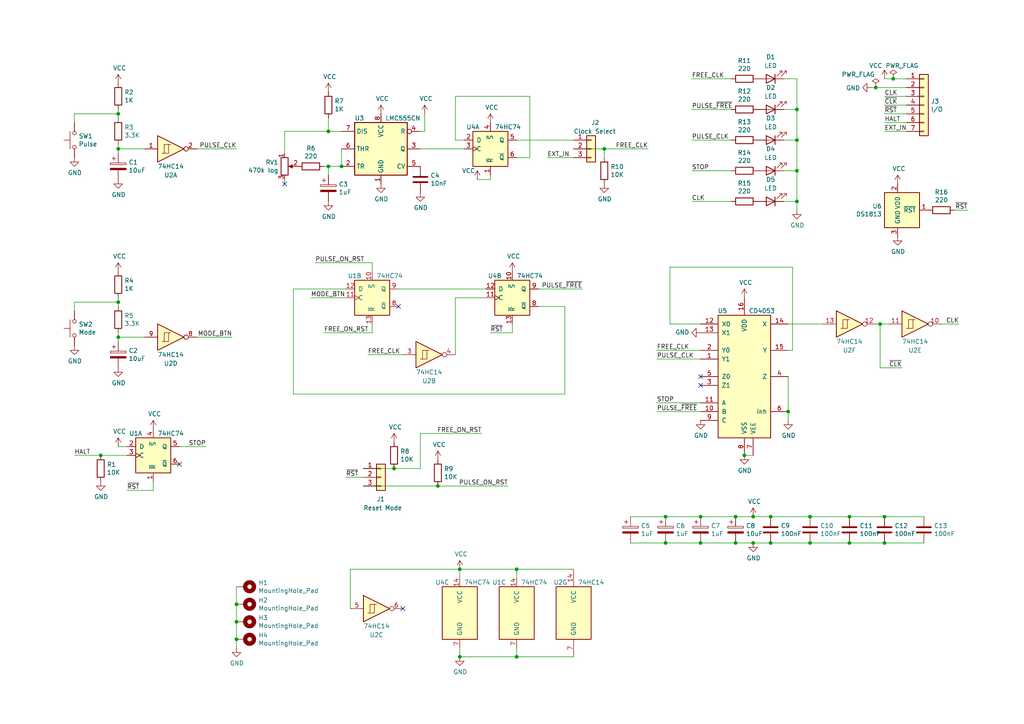
<source format=kicad_sch>
(kicad_sch (version 20211123) (generator eeschema)
  (paper "A4")
  (title_block (title "Clock module") (date "2021-06-01") (rev "1"))
  (lib_symbols
    (symbol "6502_clock:4053" (pin_names (offset 1.016))
      (property "Reference" "U" (at -7.62 19.05 0))
      (property "Value" "4053" (at -7.62 -19.05 0))
      (symbol "4053_1_0"
        (pin passive line (at -12.7 5.08 0) (length 5.08) (name "Y1") (number "1"))
        (pin input line (at -12.7 -10.16 0) (length 5.08) (name "B") (number "10"))
        (pin input line (at -12.7 -7.62 0) (length 5.08) (name "A") (number "11"))
        (pin passive line (at -12.7 15.24 0) (length 5.08) (name "X0") (number "12"))
        (pin passive line (at -12.7 12.7 0) (length 5.08) (name "X1") (number "13"))
        (pin passive line (at 12.7 15.24 180) (length 5.08) (name "X") (number "14"))
        (pin passive line (at 12.7 7.62 180) (length 5.08) (name "Y") (number "15"))
        (pin power_in line (at 0 22.86 270) (length 5.08) (name "VDD") (number "16"))
        (pin passive line (at -12.7 7.62 0) (length 5.08) (name "Y0") (number "2"))
        (pin passive line (at -12.7 -2.54 0) (length 5.08) (name "Z1") (number "3"))
        (pin passive line (at 12.7 0 180) (length 5.08) (name "Z") (number "4"))
        (pin passive line (at -12.7 0 0) (length 5.08) (name "Z0") (number "5"))
        (pin input line (at 12.7 -10.16 180) (length 5.08) (name "Inh") (number "6"))
        (pin power_in line (at 2.54 -22.86 90) (length 5.08) (name "VEE") (number "7"))
        (pin power_in line (at 0 -22.86 90) (length 5.08) (name "VSS") (number "8"))
        (pin input line (at -12.7 -12.7 0) (length 5.08) (name "C") (number "9"))
      )
      (symbol "4053_1_1"
        (rectangle (start -7.62 17.78) (end 7.62 -17.78) (stroke (width 0.254)) (fill (type background)))
      )
    )
    (symbol "6502_clock:DS1813" (pin_names (offset 1.016))
      (property "Reference" "U" (at 1.27 6.35 0))
      (property "Value" "DS1813" (at 3.81 -6.35 0))
      (symbol "DS1813_1_1"
        (rectangle (start -5.08 5.08) (end 5.08 -5.08) (stroke (width 0.254)) (fill (type background)))
        (pin bidirectional line (at 7.62 0 180) (length 2.54) (name "~{RST}") (number "1"))
        (pin power_in line (at -1.27 7.62 270) (length 2.54) (name "VDD") (number "2"))
        (pin power_in line (at -1.27 -7.62 90) (length 2.54) (name "GND") (number "3"))
      )
    )
    (symbol "6502_clock:NE555P"
      (property "Reference" "U" (at -8.89 8.89 0))
      (property "Value" "NE555P" (at 6.35 8.89 0))
      (symbol "NE555P_0_0"
        (pin power_in line (at 0 -10.16 90) (length 2.54) (name "GND") (number "1"))
        (pin power_in line (at 0 10.16 270) (length 2.54) (name "VCC") (number "8"))
      )
      (symbol "NE555P_0_1"
        (rectangle (start -7.62 -7.62) (end 7.62 7.62) (stroke (width 0.254)) (fill (type background)))
        (rectangle (start -7.62 -7.62) (end 7.62 7.62) (stroke (width 0.254)) (fill (type background)))
      )
      (symbol "NE555P_1_1"
        (pin input line (at -11.43 -5.08 0) (length 3.81) (name "TR") (number "2"))
        (pin output line (at 11.43 0 180) (length 3.81) (name "Q") (number "3"))
        (pin input inverted (at 11.43 5.08 180) (length 3.81) (name "R") (number "4"))
        (pin input line (at 11.43 -5.08 180) (length 3.81) (name "CV") (number "5"))
        (pin input line (at -11.43 0 0) (length 3.81) (name "THR") (number "6"))
        (pin input line (at -11.43 5.08 0) (length 3.81) (name "DIS") (number "7"))
      )
    )
    (symbol "74xx:74HC14" (pin_names (offset 1.016))
      (property "Reference" "U" (at 0 1.27 0))
      (property "Value" "74HC14" (at 0 -1.27 0))
      (symbol "74HC14_1_0"
        (polyline (pts (xy -3.81 3.81) (xy -3.81 -3.81) (xy 3.81 0) (xy -3.81 3.81)) (stroke (width 0.254)) (fill (type background)))
        (pin input line (at -7.62 0 0) (length 3.81) (name "~") (number "1"))
        (pin output inverted (at 7.62 0 180) (length 3.81) (name "~") (number "2"))
      )
      (symbol "74HC14_1_1"
        (polyline (pts (xy -1.905 -1.27) (xy -1.905 1.27) (xy -0.635 1.27)))
        (polyline (pts (xy -2.54 -1.27) (xy -0.635 -1.27) (xy -0.635 1.27) (xy 0 1.27)))
      )
      (symbol "74HC14_2_0"
        (polyline (pts (xy -3.81 3.81) (xy -3.81 -3.81) (xy 3.81 0) (xy -3.81 3.81)) (stroke (width 0.254)) (fill (type background)))
        (pin input line (at -7.62 0 0) (length 3.81) (name "~") (number "3"))
        (pin output inverted (at 7.62 0 180) (length 3.81) (name "~") (number "4"))
      )
      (symbol "74HC14_2_1"
        (polyline (pts (xy -1.905 -1.27) (xy -1.905 1.27) (xy -0.635 1.27)))
        (polyline (pts (xy -2.54 -1.27) (xy -0.635 -1.27) (xy -0.635 1.27) (xy 0 1.27)))
      )
      (symbol "74HC14_3_0"
        (polyline (pts (xy -3.81 3.81) (xy -3.81 -3.81) (xy 3.81 0) (xy -3.81 3.81)) (stroke (width 0.254)) (fill (type background)))
        (pin input line (at -7.62 0 0) (length 3.81) (name "~") (number "5"))
        (pin output inverted (at 7.62 0 180) (length 3.81) (name "~") (number "6"))
      )
      (symbol "74HC14_3_1"
        (polyline (pts (xy -1.905 -1.27) (xy -1.905 1.27) (xy -0.635 1.27)))
        (polyline (pts (xy -2.54 -1.27) (xy -0.635 -1.27) (xy -0.635 1.27) (xy 0 1.27)))
      )
      (symbol "74HC14_4_0"
        (polyline (pts (xy -3.81 3.81) (xy -3.81 -3.81) (xy 3.81 0) (xy -3.81 3.81)) (stroke (width 0.254)) (fill (type background)))
        (pin output inverted (at 7.62 0 180) (length 3.81) (name "~") (number "8"))
        (pin input line (at -7.62 0 0) (length 3.81) (name "~") (number "9"))
      )
      (symbol "74HC14_4_1"
        (polyline (pts (xy -1.905 -1.27) (xy -1.905 1.27) (xy -0.635 1.27)))
        (polyline (pts (xy -2.54 -1.27) (xy -0.635 -1.27) (xy -0.635 1.27) (xy 0 1.27)))
      )
      (symbol "74HC14_5_0"
        (polyline (pts (xy -3.81 3.81) (xy -3.81 -3.81) (xy 3.81 0) (xy -3.81 3.81)) (stroke (width 0.254)) (fill (type background)))
        (pin output inverted (at 7.62 0 180) (length 3.81) (name "~") (number "10"))
        (pin input line (at -7.62 0 0) (length 3.81) (name "~") (number "11"))
      )
      (symbol "74HC14_5_1"
        (polyline (pts (xy -1.905 -1.27) (xy -1.905 1.27) (xy -0.635 1.27)))
        (polyline (pts (xy -2.54 -1.27) (xy -0.635 -1.27) (xy -0.635 1.27) (xy 0 1.27)))
      )
      (symbol "74HC14_6_0"
        (polyline (pts (xy -3.81 3.81) (xy -3.81 -3.81) (xy 3.81 0) (xy -3.81 3.81)) (stroke (width 0.254)) (fill (type background)))
        (pin output inverted (at 7.62 0 180) (length 3.81) (name "~") (number "12"))
        (pin input line (at -7.62 0 0) (length 3.81) (name "~") (number "13"))
      )
      (symbol "74HC14_6_1"
        (polyline (pts (xy -1.905 -1.27) (xy -1.905 1.27) (xy -0.635 1.27)))
        (polyline (pts (xy -2.54 -1.27) (xy -0.635 -1.27) (xy -0.635 1.27) (xy 0 1.27)))
      )
      (symbol "74HC14_7_0"
        (pin power_in line (at 0 12.7 270) (length 5.08) (name "VCC") (number "14"))
        (pin power_in line (at 0 -12.7 90) (length 5.08) (name "GND") (number "7"))
      )
      (symbol "74HC14_7_1"
        (rectangle (start -5.08 7.62) (end 5.08 -7.62) (stroke (width 0.254)) (fill (type background)))
      )
    )
    (symbol "74xx:74HC74" (pin_names (offset 1.016))
      (property "Reference" "U" (at -7.62 8.89 0))
      (property "Value" "74HC74" (at -7.62 -8.89 0))
      (symbol "74HC74_1_0"
        (pin input line (at 0 -7.62 90) (length 2.54) (name "~{R}") (number "1"))
        (pin input line (at -7.62 2.54 0) (length 2.54) (name "D") (number "2"))
        (pin input clock (at -7.62 0 0) (length 2.54) (name "C") (number "3"))
        (pin input line (at 0 7.62 270) (length 2.54) (name "~{S}") (number "4"))
        (pin output line (at 7.62 2.54 180) (length 2.54) (name "Q") (number "5"))
        (pin output line (at 7.62 -2.54 180) (length 2.54) (name "~{Q}") (number "6"))
      )
      (symbol "74HC74_1_1"
        (rectangle (start -5.08 5.08) (end 5.08 -5.08) (stroke (width 0.254)) (fill (type background)))
      )
      (symbol "74HC74_2_0"
        (pin input line (at 0 7.62 270) (length 2.54) (name "~{S}") (number "10"))
        (pin input clock (at -7.62 0 0) (length 2.54) (name "C") (number "11"))
        (pin input line (at -7.62 2.54 0) (length 2.54) (name "D") (number "12"))
        (pin input line (at 0 -7.62 90) (length 2.54) (name "~{R}") (number "13"))
        (pin output line (at 7.62 -2.54 180) (length 2.54) (name "~{Q}") (number "8"))
        (pin output line (at 7.62 2.54 180) (length 2.54) (name "Q") (number "9"))
      )
      (symbol "74HC74_2_1"
        (rectangle (start -5.08 5.08) (end 5.08 -5.08) (stroke (width 0.254)) (fill (type background)))
      )
      (symbol "74HC74_3_0"
        (pin power_in line (at 0 10.16 270) (length 2.54) (name "VCC") (number "14"))
        (pin power_in line (at 0 -10.16 90) (length 2.54) (name "GND") (number "7"))
      )
      (symbol "74HC74_3_1"
        (rectangle (start -5.08 7.62) (end 5.08 -7.62) (stroke (width 0.254)) (fill (type background)))
      )
    )
    (symbol "Connector_Generic:Conn_01x03" (pin_names (offset 1.016) hide)
      (property "Reference" "J" (at 0 5.08 0))
      (property "Value" "Conn_01x03" (at 0 -5.08 0))
      (symbol "Conn_01x03_1_1"
        (rectangle (start -1.27 -2.413) (end 0 -2.667) (stroke (width 0.1524)))
        (rectangle (start -1.27 0.127) (end 0 -0.127) (stroke (width 0.1524)))
        (rectangle (start -1.27 2.667) (end 0 2.413) (stroke (width 0.1524)))
        (rectangle (start -1.27 3.81) (end 1.27 -3.81) (stroke (width 0.254)) (fill (type background)))
        (pin passive line (at -5.08 2.54 0) (length 3.81) (name "Pin_1") (number "1"))
        (pin passive line (at -5.08 0 0) (length 3.81) (name "Pin_2") (number "2"))
        (pin passive line (at -5.08 -2.54 0) (length 3.81) (name "Pin_3") (number "3"))
      )
    )
    (symbol "Connector_Generic:Conn_01x07" (pin_names (offset 1.016) hide)
      (property "Reference" "J" (at 0 10.16 0))
      (property "Value" "Conn_01x07" (at 0 -10.16 0))
      (symbol "Conn_01x07_1_1"
        (rectangle (start -1.27 -7.493) (end 0 -7.747) (stroke (width 0.1524)))
        (rectangle (start -1.27 -4.953) (end 0 -5.207) (stroke (width 0.1524)))
        (rectangle (start -1.27 -2.413) (end 0 -2.667) (stroke (width 0.1524)))
        (rectangle (start -1.27 0.127) (end 0 -0.127) (stroke (width 0.1524)))
        (rectangle (start -1.27 2.667) (end 0 2.413) (stroke (width 0.1524)))
        (rectangle (start -1.27 5.207) (end 0 4.953) (stroke (width 0.1524)))
        (rectangle (start -1.27 7.747) (end 0 7.493) (stroke (width 0.1524)))
        (rectangle (start -1.27 8.89) (end 1.27 -8.89) (stroke (width 0.254)) (fill (type background)))
        (pin passive line (at -5.08 7.62 0) (length 3.81) (name "Pin_1") (number "1"))
        (pin passive line (at -5.08 5.08 0) (length 3.81) (name "Pin_2") (number "2"))
        (pin passive line (at -5.08 2.54 0) (length 3.81) (name "Pin_3") (number "3"))
        (pin passive line (at -5.08 0 0) (length 3.81) (name "Pin_4") (number "4"))
        (pin passive line (at -5.08 -2.54 0) (length 3.81) (name "Pin_5") (number "5"))
        (pin passive line (at -5.08 -5.08 0) (length 3.81) (name "Pin_6") (number "6"))
        (pin passive line (at -5.08 -7.62 0) (length 3.81) (name "Pin_7") (number "7"))
      )
    )
    (symbol "Device:C" (pin_numbers hide) (pin_names (offset 0.254))
      (property "Reference" "C" (at 0.635 2.54 0))
      (property "Value" "C" (at 0.635 -2.54 0))
      (symbol "C_0_1"
        (polyline (pts (xy -2.032 -0.762) (xy 2.032 -0.762)) (stroke (width 0.508)))
        (polyline (pts (xy -2.032 0.762) (xy 2.032 0.762)) (stroke (width 0.508)))
      )
      (symbol "C_1_1"
        (pin passive line (at 0 3.81 270) (length 2.794) (name "~") (number "1"))
        (pin passive line (at 0 -3.81 90) (length 2.794) (name "~") (number "2"))
      )
    )
    (symbol "Device:C_Polarized" (pin_numbers hide) (pin_names (offset 0.254))
      (property "Reference" "C" (at 0.635 2.54 0))
      (property "Value" "C_Polarized" (at 0.635 -2.54 0))
      (symbol "C_Polarized_0_1"
        (rectangle (start -2.286 0.508) (end 2.286 1.016))
        (polyline (pts (xy -1.778 2.286) (xy -0.762 2.286)))
        (polyline (pts (xy -1.27 2.794) (xy -1.27 1.778)))
        (rectangle (start 2.286 -0.508) (end -2.286 -1.016) (fill (type outline)))
      )
      (symbol "C_Polarized_1_1"
        (pin passive line (at 0 3.81 270) (length 2.794) (name "~") (number "1"))
        (pin passive line (at 0 -3.81 90) (length 2.794) (name "~") (number "2"))
      )
    )
    (symbol "Device:LED" (pin_numbers hide) (pin_names (offset 1.016) hide)
      (property "Reference" "D" (at 0 2.54 0))
      (property "Value" "LED" (at 0 -2.54 0))
      (symbol "LED_0_1"
        (polyline (pts (xy -1.27 -1.27) (xy -1.27 1.27)) (stroke (width 0.254)))
        (polyline (pts (xy -1.27 0) (xy 1.27 0)))
        (polyline (pts (xy 1.27 -1.27) (xy 1.27 1.27) (xy -1.27 0) (xy 1.27 -1.27)) (stroke (width 0.254)))
        (polyline (pts (xy -3.048 -0.762) (xy -4.572 -2.286) (xy -3.81 -2.286) (xy -4.572 -2.286) (xy -4.572 -1.524)))
        (polyline (pts (xy -1.778 -0.762) (xy -3.302 -2.286) (xy -2.54 -2.286) (xy -3.302 -2.286) (xy -3.302 -1.524)))
      )
      (symbol "LED_1_1"
        (pin passive line (at -3.81 0 0) (length 2.54) (name "K") (number "1"))
        (pin passive line (at 3.81 0 180) (length 2.54) (name "A") (number "2"))
      )
    )
    (symbol "Device:R" (pin_numbers hide) (pin_names (offset 0))
      (property "Reference" "R" (at 2.032 0 90))
      (property "Value" "R" (at 0 0 90))
      (symbol "R_0_1"
        (rectangle (start -1.016 -2.54) (end 1.016 2.54) (stroke (width 0.254)))
      )
      (symbol "R_1_1"
        (pin passive line (at 0 3.81 270) (length 1.27) (name "~") (number "1"))
        (pin passive line (at 0 -3.81 90) (length 1.27) (name "~") (number "2"))
      )
    )
    (symbol "Device:R_Potentiometer" (pin_names (offset 1.016) hide)
      (property "Reference" "RV" (at -4.445 0 90))
      (property "Value" "R_Potentiometer" (at -2.54 0 90))
      (symbol "R_Potentiometer_0_1"
        (polyline (pts (xy 2.54 0) (xy 1.524 0)))
        (polyline (pts (xy 1.143 0) (xy 2.286 0.508) (xy 2.286 -0.508) (xy 1.143 0)) (fill (type outline)))
        (rectangle (start 1.016 2.54) (end -1.016 -2.54) (stroke (width 0.254)))
      )
      (symbol "R_Potentiometer_1_1"
        (pin passive line (at 0 3.81 270) (length 1.27) (name "1") (number "1"))
        (pin passive line (at 3.81 0 180) (length 1.27) (name "2") (number "2"))
        (pin passive line (at 0 -3.81 90) (length 1.27) (name "3") (number "3"))
      )
    )
    (symbol "Mechanical:MountingHole_Pad" (pin_numbers hide) (pin_names (offset 1.016) hide)
      (property "Reference" "H" (at 0 6.35 0))
      (property "Value" "MountingHole_Pad" (at 0 4.445 0))
      (symbol "MountingHole_Pad_0_1"
        (circle (center 0 1.27) (radius 1.27) (stroke (width 1.27)))
      )
      (symbol "MountingHole_Pad_1_1"
        (pin input line (at 0 -2.54 90) (length 2.54) (name "1") (number "1"))
      )
    )
    (symbol "Switch:SW_Push" (pin_numbers hide) (pin_names (offset 1.016) hide)
      (property "Reference" "SW" (at 1.27 2.54 0))
      (property "Value" "SW_Push" (at 0 -1.524 0))
      (symbol "SW_Push_0_1"
        (circle (center -2.032 0) (radius 0.508))
        (polyline (pts (xy 0 1.27) (xy 0 3.048)))
        (polyline (pts (xy 2.54 1.27) (xy -2.54 1.27)))
        (circle (center 2.032 0) (radius 0.508))
        (pin passive line (at -5.08 0 0) (length 2.54) (name "1") (number "1"))
        (pin passive line (at 5.08 0 180) (length 2.54) (name "2") (number "2"))
      )
    )
    (symbol "power:GND" (power) (pin_names (offset 0))
      (property "Value" "GND" (at 0 -3.81 0))
      (symbol "GND_0_1"
        (polyline (pts (xy 0 0) (xy 0 -1.27) (xy 1.27 -1.27) (xy 0 -2.54) (xy -1.27 -1.27) (xy 0 -1.27)))
      )
      (symbol "GND_1_1"
        (pin power_in line (at 0 0 270) (length 0) hide (name "GND") (number "1"))
      )
    )
    (symbol "power:PWR_FLAG" (power) (pin_numbers hide) (pin_names (offset 0) hide)
      (property "Value" "PWR_FLAG" (at 0 3.81 0))
      (symbol "PWR_FLAG_0_0"
        (pin power_out line (at 0 0 90) (length 0) (name "pwr") (number "1"))
      )
      (symbol "PWR_FLAG_0_1"
        (polyline (pts (xy 0 0) (xy 0 1.27) (xy -1.016 1.905) (xy 0 2.54) (xy 1.016 1.905) (xy 0 1.27)))
      )
    )
    (symbol "power:VCC" (power) (pin_names (offset 0))
      (property "Value" "VCC" (at 0 3.81 0))
      (symbol "VCC_0_1"
        (polyline (pts (xy -0.762 1.27) (xy 0 2.54)))
        (polyline (pts (xy 0 0) (xy 0 2.54)))
        (polyline (pts (xy 0 2.54) (xy 0.762 1.27)))
      )
      (symbol "VCC_1_1"
        (pin power_in line (at 0 0 90) (length 0) hide (name "VCC") (number "1"))
      )
    )
  )
  (junction (at 203.2 149.86))
  (junction (at 231.14 40.64))
  (junction (at 99.06 48.26))
  (junction (at 175.26 43.18))
  (junction (at 133.35 165.1))
  (junction (at 68.58 180.34))
  (junction (at 256.54 157.48))
  (junction (at 193.04 149.86))
  (junction (at 228.6 119.38))
  (junction (at 213.36 157.48))
  (junction (at 259.08 22.86))
  (junction (at 133.35 190.5))
  (junction (at 215.9 132.08))
  (junction (at 246.38 157.48))
  (junction (at 231.14 49.53))
  (junction (at 68.58 175.26))
  (junction (at 203.2 157.48))
  (junction (at 29.21 132.08))
  (junction (at 256.54 149.86))
  (junction (at 149.86 165.1))
  (junction (at 218.44 149.86))
  (junction (at 34.29 43.18))
  (junction (at 254 25.4))
  (junction (at 255.27 93.98))
  (junction (at 223.52 149.86))
  (junction (at 231.14 58.42))
  (junction (at 149.86 190.5))
  (junction (at 68.58 185.42))
  (junction (at 234.95 157.48))
  (junction (at 223.52 157.48))
  (junction (at 34.29 97.79))
  (junction (at 95.25 38.1))
  (junction (at 34.29 87.63))
  (junction (at 34.29 33.02))
  (junction (at 95.25 48.26))
  (junction (at 246.38 149.86))
  (junction (at 218.44 157.48))
  (junction (at 114.3 135.89))
  (junction (at 213.36 149.86))
  (junction (at 193.04 157.48))
  (junction (at 231.14 31.75))
  (junction (at 127 140.97))
  (junction (at 234.95 149.86))
  (no_connect (at 116.84 176.53))
  (no_connect (at 82.55 53.34))
  (no_connect (at 115.57 88.9))
  (no_connect (at 52.07 134.62))
  (no_connect (at 203.2 111.76))
  (no_connect (at 203.2 109.22))
  (wire (pts (xy 246.38 157.48) (xy 256.54 157.48)))
  (wire (pts (xy 95.25 48.26) (xy 95.25 50.8)))
  (wire (pts (xy 200.66 58.42) (xy 212.09 58.42)))
  (wire (pts (xy 256.54 22.86) (xy 259.08 22.86)))
  (wire (pts (xy 95.25 34.29) (xy 95.25 38.1)))
  (wire (pts (xy 194.31 93.98) (xy 203.2 93.98)))
  (wire (pts (xy 231.14 31.75) (xy 231.14 40.64)))
  (wire (pts (xy 190.5 119.38) (xy 203.2 119.38)))
  (wire (pts (xy 67.31 97.79) (xy 57.15 97.79)))
  (wire (pts (xy 134.62 40.64) (xy 132.08 40.64)))
  (wire (pts (xy 21.59 90.17) (xy 21.59 87.63)))
  (wire (pts (xy 200.66 49.53) (xy 212.09 49.53)))
  (wire (pts (xy 115.57 83.82) (xy 140.97 83.82)))
  (wire (pts (xy 36.83 142.24) (xy 44.45 142.24)))
  (wire (pts (xy 254 25.4) (xy 262.89 25.4)))
  (wire (pts (xy 142.24 96.52) (xy 148.59 96.52)))
  (wire (pts (xy 218.44 132.08) (xy 215.9 132.08)))
  (wire (pts (xy 68.58 180.34) (xy 68.58 185.42)))
  (wire (pts (xy 107.95 96.52) (xy 107.95 93.98)))
  (wire (pts (xy 105.41 140.97) (xy 127 140.97)))
  (wire (pts (xy 229.87 101.6) (xy 229.87 77.47)))
  (wire (pts (xy 228.6 93.98) (xy 238.76 93.98)))
  (wire (pts (xy 149.86 187.96) (xy 149.86 190.5)))
  (wire (pts (xy 213.36 149.86) (xy 218.44 149.86)))
  (wire (pts (xy 21.59 132.08) (xy 29.21 132.08)))
  (wire (pts (xy 228.6 109.22) (xy 228.6 119.38)))
  (wire (pts (xy 106.68 102.87) (xy 116.84 102.87)))
  (wire (pts (xy 228.6 101.6) (xy 229.87 101.6)))
  (wire (pts (xy 90.17 86.36) (xy 100.33 86.36)))
  (wire (pts (xy 142.24 50.8) (xy 142.24 52.07)))
  (wire (pts (xy 256.54 30.48) (xy 262.89 30.48)))
  (wire (pts (xy 256.54 35.56) (xy 262.89 35.56)))
  (wire (pts (xy 200.66 22.86) (xy 212.09 22.86)))
  (wire (pts (xy 149.86 165.1) (xy 166.37 165.1)))
  (wire (pts (xy 44.45 142.24) (xy 44.45 139.7)))
  (wire (pts (xy 175.26 43.18) (xy 175.26 45.72)))
  (wire (pts (xy 85.09 83.82) (xy 100.33 83.82)))
  (wire (pts (xy 234.95 157.48) (xy 246.38 157.48)))
  (wire (pts (xy 267.97 157.48) (xy 256.54 157.48)))
  (wire (pts (xy 256.54 27.94) (xy 262.89 27.94)))
  (wire (pts (xy 218.44 149.86) (xy 223.52 149.86)))
  (wire (pts (xy 99.06 43.18) (xy 99.06 48.26)))
  (wire (pts (xy 231.14 40.64) (xy 231.14 49.53)))
  (wire (pts (xy 255.27 93.98) (xy 257.81 93.98)))
  (wire (pts (xy 149.86 190.5) (xy 166.37 190.5)))
  (wire (pts (xy 100.33 138.43) (xy 105.41 138.43)))
  (wire (pts (xy 246.38 149.86) (xy 256.54 149.86)))
  (wire (pts (xy 29.21 132.08) (xy 36.83 132.08)))
  (wire (pts (xy 194.31 77.47) (xy 194.31 93.98)))
  (wire (pts (xy 34.29 43.18) (xy 34.29 44.45)))
  (wire (pts (xy 127 140.97) (xy 147.32 140.97)))
  (wire (pts (xy 148.59 96.52) (xy 148.59 93.98)))
  (wire (pts (xy 158.75 45.72) (xy 166.37 45.72)))
  (wire (pts (xy 132.08 40.64) (xy 132.08 27.94)))
  (wire (pts (xy 68.58 185.42) (xy 68.58 187.96)))
  (wire (pts (xy 203.2 157.48) (xy 193.04 157.48)))
  (wire (pts (xy 133.35 190.5) (xy 133.35 187.96)))
  (wire (pts (xy 34.29 86.36) (xy 34.29 87.63)))
  (wire (pts (xy 105.41 135.89) (xy 114.3 135.89)))
  (wire (pts (xy 114.3 135.89) (xy 121.92 135.89)))
  (wire (pts (xy 234.95 149.86) (xy 246.38 149.86)))
  (wire (pts (xy 163.83 114.3) (xy 163.83 88.9)))
  (wire (pts (xy 213.36 157.48) (xy 203.2 157.48)))
  (wire (pts (xy 82.55 38.1) (xy 95.25 38.1)))
  (wire (pts (xy 149.86 167.64) (xy 149.86 165.1)))
  (wire (pts (xy 93.98 48.26) (xy 95.25 48.26)))
  (wire (pts (xy 133.35 165.1) (xy 133.35 167.64)))
  (wire (pts (xy 121.92 125.73) (xy 139.7 125.73)))
  (wire (pts (xy 223.52 157.48) (xy 218.44 157.48)))
  (wire (pts (xy 132.08 86.36) (xy 140.97 86.36)))
  (wire (pts (xy 21.59 33.02) (xy 34.29 33.02)))
  (wire (pts (xy 200.66 40.64) (xy 212.09 40.64)))
  (wire (pts (xy 34.29 31.75) (xy 34.29 33.02)))
  (wire (pts (xy 280.67 60.96) (xy 276.86 60.96)))
  (wire (pts (xy 190.5 101.6) (xy 203.2 101.6)))
  (wire (pts (xy 259.08 22.86) (xy 262.89 22.86)))
  (wire (pts (xy 149.86 40.64) (xy 166.37 40.64)))
  (wire (pts (xy 95.25 48.26) (xy 99.06 48.26)))
  (wire (pts (xy 223.52 149.86) (xy 234.95 149.86)))
  (wire (pts (xy 34.29 33.02) (xy 34.29 34.29)))
  (wire (pts (xy 142.24 52.07) (xy 138.43 52.07)))
  (wire (pts (xy 227.33 31.75) (xy 231.14 31.75)))
  (wire (pts (xy 218.44 157.48) (xy 213.36 157.48)))
  (wire (pts (xy 193.04 149.86) (xy 203.2 149.86)))
  (wire (pts (xy 85.09 114.3) (xy 85.09 83.82)))
  (wire (pts (xy 255.27 93.98) (xy 255.27 106.68)))
  (wire (pts (xy 227.33 22.86) (xy 231.14 22.86)))
  (wire (pts (xy 34.29 97.79) (xy 34.29 99.06)))
  (wire (pts (xy 21.59 35.56) (xy 21.59 33.02)))
  (wire (pts (xy 36.83 129.54) (xy 34.29 129.54)))
  (wire (pts (xy 256.54 38.1) (xy 262.89 38.1)))
  (wire (pts (xy 190.5 116.84) (xy 203.2 116.84)))
  (wire (pts (xy 107.95 76.2) (xy 107.95 78.74)))
  (wire (pts (xy 85.09 114.3) (xy 163.83 114.3)))
  (wire (pts (xy 254 93.98) (xy 255.27 93.98)))
  (wire (pts (xy 153.67 27.94) (xy 132.08 27.94)))
  (wire (pts (xy 133.35 165.1) (xy 101.6 165.1)))
  (wire (pts (xy 21.59 87.63) (xy 34.29 87.63)))
  (wire (pts (xy 254 25.4) (xy 252.73 25.4)))
  (wire (pts (xy 82.55 44.45) (xy 82.55 38.1)))
  (wire (pts (xy 153.67 45.72) (xy 153.67 27.94)))
  (wire (pts (xy 228.6 119.38) (xy 228.6 121.92)))
  (wire (pts (xy 190.5 104.14) (xy 203.2 104.14)))
  (wire (pts (xy 163.83 88.9) (xy 156.21 88.9)))
  (wire (pts (xy 34.29 97.79) (xy 41.91 97.79)))
  (wire (pts (xy 34.29 87.63) (xy 34.29 88.9)))
  (wire (pts (xy 200.66 31.75) (xy 212.09 31.75)))
  (wire (pts (xy 121.92 38.1) (xy 123.19 38.1)))
  (wire (pts (xy 82.55 53.34) (xy 82.55 52.07)))
  (wire (pts (xy 229.87 77.47) (xy 194.31 77.47)))
  (wire (pts (xy 91.44 76.2) (xy 107.95 76.2)))
  (wire (pts (xy 121.92 135.89) (xy 121.92 125.73)))
  (wire (pts (xy 149.86 190.5) (xy 133.35 190.5)))
  (wire (pts (xy 234.95 157.48) (xy 223.52 157.48)))
  (wire (pts (xy 256.54 33.02) (xy 262.89 33.02)))
  (wire (pts (xy 278.13 93.98) (xy 273.05 93.98)))
  (wire (pts (xy 231.14 49.53) (xy 231.14 58.42)))
  (wire (pts (xy 52.07 129.54) (xy 59.69 129.54)))
  (wire (pts (xy 68.58 175.26) (xy 68.58 180.34)))
  (wire (pts (xy 227.33 40.64) (xy 231.14 40.64)))
  (wire (pts (xy 203.2 149.86) (xy 213.36 149.86)))
  (wire (pts (xy 34.29 96.52) (xy 34.29 97.79)))
  (wire (pts (xy 107.95 96.52) (xy 93.98 96.52)))
  (wire (pts (xy 175.26 43.18) (xy 187.96 43.18)))
  (wire (pts (xy 68.58 170.18) (xy 68.58 175.26)))
  (wire (pts (xy 123.19 38.1) (xy 123.19 33.02)))
  (wire (pts (xy 227.33 49.53) (xy 231.14 49.53)))
  (wire (pts (xy 132.08 86.36) (xy 132.08 102.87)))
  (wire (pts (xy 101.6 165.1) (xy 101.6 176.53)))
  (wire (pts (xy 34.29 41.91) (xy 34.29 43.18)))
  (wire (pts (xy 121.92 43.18) (xy 134.62 43.18)))
  (wire (pts (xy 256.54 149.86) (xy 267.97 149.86)))
  (wire (pts (xy 149.86 45.72) (xy 153.67 45.72)))
  (wire (pts (xy 68.58 43.18) (xy 57.15 43.18)))
  (wire (pts (xy 231.14 58.42) (xy 231.14 60.96)))
  (wire (pts (xy 168.91 83.82) (xy 156.21 83.82)))
  (wire (pts (xy 231.14 58.42) (xy 227.33 58.42)))
  (wire (pts (xy 182.88 157.48) (xy 193.04 157.48)))
  (wire (pts (xy 166.37 43.18) (xy 175.26 43.18)))
  (wire (pts (xy 34.29 43.18) (xy 41.91 43.18)))
  (wire (pts (xy 255.27 106.68) (xy 261.62 106.68)))
  (wire (pts (xy 95.25 38.1) (xy 99.06 38.1)))
  (wire (pts (xy 149.86 165.1) (xy 133.35 165.1)))
  (wire (pts (xy 193.04 149.86) (xy 182.88 149.86)))
  (wire (pts (xy 231.14 22.86) (xy 231.14 31.75)))
  (label "EXT_IN" (at 158.75 45.72 0))
  (label "FREE_CLK" (at 190.5 101.6 0))
  (label "PULSE_CLK" (at 190.5 104.14 0))
  (label "EXT_IN" (at 256.54 38.1 0))
  (label "FREE_CLK" (at 187.96 43.18 180))
  (label "FREE_ON_RST" (at 139.7 125.73 180))
  (label "STOP" (at 59.69 129.54 180))
  (label "~{CLK}" (at 261.62 106.68 180))
  (label "PULSE_ON_RST" (at 147.32 140.97 180))
  (label "PULSE_CLK" (at 200.66 40.64 0))
  (label "~{RST}" (at 100.33 138.43 0))
  (label "~{RST}" (at 142.24 96.52 0))
  (label "FREE_CLK" (at 106.68 102.87 0))
  (label "MODE_BTN" (at 90.17 86.36 0))
  (label "~{CLK}" (at 256.54 30.48 0))
  (label "~{RST}" (at 280.67 60.96 180))
  (label "PULSE_~{FREE}" (at 200.66 31.75 0))
  (label "PULSE_~{FREE}" (at 190.5 119.38 0))
  (label "FREE_CLK" (at 200.66 22.86 0))
  (label "CLK" (at 256.54 27.94 0))
  (label "STOP" (at 190.5 116.84 0))
  (label "CLK" (at 200.66 58.42 0))
  (label "CLK" (at 278.13 93.98 180))
  (label "~{RST}" (at 36.83 142.24 0))
  (label "PULSE_ON_RST" (at 91.44 76.2 0))
  (label "FREE_ON_RST" (at 93.98 96.52 0))
  (label "HALT" (at 256.54 35.56 0))
  (label "~{RST}" (at 256.54 33.02 0))
  (label "HALT" (at 21.59 132.08 0))
  (label "STOP" (at 200.66 49.53 0))
  (label "MODE_BTN" (at 67.31 97.79 180))
  (label "PULSE_CLK" (at 68.58 43.18 180))
  (label "PULSE_~{FREE}" (at 168.91 83.82 180))
  (symbol (lib_id "power:VCC") (at 110.49 33.02 0) (unit 1)
    (property "Reference" "#PWR013" (effects hide))
    (property "Value" "VCC" (at 110.871 28.6258 0))
  )
  (symbol (lib_id "power:GND") (at 110.49 53.34 0) (unit 1)
    (property "Reference" "#PWR014" (effects hide))
    (property "Value" "GND" (at 110.617 57.7342 0))
  )
  (symbol (lib_id "Device:C") (at 121.92 52.07 180) (unit 1)
    (property "Reference" "C4" (at 124.841 50.9016 0) (effects (justify right)))
    (property "Value" "10nF" (at 124.841 53.213 0) (effects (justify right)))
    (property "Footprint" "Capacitor_THT:C_Disc_D6.0mm_W2.5mm_P5.00mm" (effects hide))
  )
  (symbol (lib_id "Device:C_Polarized") (at 95.25 54.61 0) (unit 1)
    (property "Reference" "C3" (at 98.2472 53.4416 0) (effects (justify left)))
    (property "Value" "1uF" (at 98.2472 55.753 0) (effects (justify left)))
    (property "Footprint" "Capacitor_THT:CP_Radial_D4.0mm_P2.00mm" (effects hide))
  )
  (symbol (lib_id "power:GND") (at 121.92 55.88 0) (unit 1)
    (property "Reference" "#PWR016" (effects hide))
    (property "Value" "GND" (at 122.047 60.2742 0))
  )
  (symbol (lib_id "Device:R") (at 95.25 30.48 0) (unit 1)
    (property "Reference" "R7" (at 97.028 29.3116 0) (effects (justify left)))
    (property "Value" "1K" (at 97.028 31.623 0) (effects (justify left)))
    (property "Footprint" "Resistor_THT:R_Axial_DIN0207_L6.3mm_D2.5mm_P7.62mm_Horizontal" (effects hide))
  )
  (symbol (lib_id "power:VCC") (at 95.25 26.67 0) (unit 1)
    (property "Reference" "#PWR011" (effects hide))
    (property "Value" "VCC" (at 95.631 22.2758 0))
  )
  (symbol (lib_id "6502_clock:NE555P") (at 110.49 43.18 0) (unit 1)
    (property "Reference" "U3" (at 102.87 34.29 0) (effects (justify left)))
    (property "Value" "LMC555CN" (at 111.76 34.29 0) (effects (justify left)))
    (property "Footprint" "Package_DIP:DIP-8_W7.62mm" (effects hide))
    (property "Datasheet" "https://www.ti.com/lit/ds/symlink/lmc555.pdf" (effects hide))
  )
  (symbol (lib_id "power:VCC") (at 123.19 33.02 0) (unit 1)
    (property "Reference" "#PWR017" (effects hide))
    (property "Value" "VCC" (at 123.571 28.6258 0))
  )
  (symbol (lib_id "power:GND") (at 95.25 58.42 0) (unit 1)
    (property "Reference" "#PWR012" (effects hide))
    (property "Value" "GND" (at 95.377 62.8142 0))
  )
  (symbol (lib_id "Device:R_Potentiometer") (at 82.55 48.26 0) (unit 1)
    (property "Reference" "RV1" (at 80.772 47.0916 0) (effects (justify right)))
    (property "Value" "470k log" (at 80.772 49.403 0) (effects (justify right)))
    (property "Footprint" "AK's Footprints:Potentiometer_P160KN-0QC15C500K" (effects hide))
  )
  (symbol (lib_id "Device:R") (at 90.17 48.26 270) (unit 1)
    (property "Reference" "R6" (at 90.17 43.0022 90))
    (property "Value" "220" (at 90.17 45.3136 90))
    (property "Footprint" "Resistor_THT:R_Axial_DIN0207_L6.3mm_D2.5mm_P7.62mm_Horizontal" (effects hide))
  )
  (symbol (lib_id "74xx:74HC74") (at 142.24 43.18 0) (unit 1)
    (property "Reference" "U4" (at 137.16 36.83 0))
    (property "Value" "74HC74" (at 147.32 36.83 0))
    (property "Footprint" "Package_DIP:DIP-14_W7.62mm" (effects hide))
    (property "Datasheet" "https://www.ti.com/lit/gpn/sn54hc74-sp" (effects hide))
  )
  (symbol (lib_id "power:VCC") (at 142.24 35.56 0) (unit 1)
    (property "Reference" "#PWR022" (effects hide))
    (property "Value" "VCC" (at 142.621 31.1658 0))
  )
  (symbol (lib_id "power:VCC") (at 138.43 52.07 0) (unit 1)
    (property "Reference" "#PWR021" (effects hide))
    (property "Value" "VCC" (at 135.89 49.53 0))
  )
  (symbol (lib_id "74xx:74HC74") (at 133.35 177.8 0) (unit 3)
    (property "Reference" "U4" (at 128.27 168.91 0))
    (property "Value" "74HC74" (at 138.43 168.91 0))
    (property "Footprint" "Package_DIP:DIP-14_W7.62mm" (effects hide))
    (property "Datasheet" "https://www.ti.com/lit/gpn/sn54hc74-sp" (effects hide))
  )
  (symbol (lib_id "power:VCC") (at 133.35 165.1 0) (unit 1)
    (property "Reference" "#PWR019" (effects hide))
    (property "Value" "VCC" (at 133.731 160.7058 0))
  )
  (symbol (lib_id "power:GND") (at 133.35 190.5 0) (unit 1)
    (property "Reference" "#PWR020" (effects hide))
    (property "Value" "GND" (at 133.477 194.8942 0))
  )
  (symbol (lib_id "Device:C_Polarized") (at 213.36 153.67 0) (unit 1)
    (property "Reference" "C8" (at 216.3572 152.5016 0) (effects (justify left)))
    (property "Value" "10uF" (at 216.3572 154.813 0) (effects (justify left)))
    (property "Footprint" "Capacitor_THT:CP_Radial_D4.0mm_P2.00mm" (effects hide))
  )
  (symbol (lib_id "Device:C") (at 223.52 153.67 180) (unit 1)
    (property "Reference" "C9" (at 226.441 152.5016 0) (effects (justify right)))
    (property "Value" "100nF" (at 226.441 154.813 0) (effects (justify right)))
    (property "Footprint" "Capacitor_THT:C_Disc_D5.0mm_W2.5mm_P2.50mm" (effects hide))
  )
  (symbol (lib_id "Device:C_Polarized") (at 203.2 153.67 0) (unit 1)
    (property "Reference" "C7" (at 206.1972 152.5016 0) (effects (justify left)))
    (property "Value" "1uF" (at 206.1972 154.813 0) (effects (justify left)))
    (property "Footprint" "Capacitor_THT:CP_Radial_D4.0mm_P2.00mm" (effects hide))
  )
  (symbol (lib_id "Device:C") (at 234.95 153.67 180) (unit 1)
    (property "Reference" "C10" (at 237.871 152.5016 0) (effects (justify right)))
    (property "Value" "100nF" (at 237.871 154.813 0) (effects (justify right)))
    (property "Footprint" "Capacitor_THT:C_Disc_D5.0mm_W2.5mm_P2.50mm" (effects hide))
  )
  (symbol (lib_id "power:VCC") (at 218.44 149.86 0) (unit 1)
    (property "Reference" "#PWR029" (effects hide))
    (property "Value" "VCC" (at 218.821 145.4658 0))
  )
  (symbol (lib_id "power:GND") (at 218.44 157.48 0) (unit 1)
    (property "Reference" "#PWR030" (effects hide))
    (property "Value" "GND" (at 218.567 161.8742 0))
  )
  (symbol (lib_id "74xx:74HC74") (at 107.95 86.36 0) (unit 2)
    (property "Reference" "U1" (at 102.87 80.01 0))
    (property "Value" "74HC74" (at 113.03 80.01 0))
    (property "Footprint" "Package_DIP:DIP-14_W7.62mm" (effects hide))
    (property "Datasheet" "https://www.ti.com/lit/gpn/sn54hc74-sp" (effects hide))
  )
  (symbol (lib_id "74xx:74HC74") (at 149.86 177.8 0) (unit 3)
    (property "Reference" "U1" (at 144.78 168.91 0))
    (property "Value" "74HC74" (at 154.94 168.91 0))
    (property "Footprint" "Package_DIP:DIP-14_W7.62mm" (effects hide))
    (property "Datasheet" "https://www.ti.com/lit/gpn/sn54hc74-sp" (effects hide))
  )
  (symbol (lib_id "74xx:74HC74") (at 148.59 86.36 0) (unit 2)
    (property "Reference" "U4" (at 143.51 80.01 0))
    (property "Value" "74HC74" (at 153.67 80.01 0))
    (property "Footprint" "Package_DIP:DIP-14_W7.62mm" (effects hide))
    (property "Datasheet" "https://www.ti.com/lit/gpn/sn54hc74-sp" (effects hide))
  )
  (symbol (lib_id "Device:C") (at 246.38 153.67 180) (unit 1)
    (property "Reference" "C11" (at 249.301 152.5016 0) (effects (justify right)))
    (property "Value" "100nF" (at 249.301 154.813 0) (effects (justify right)))
    (property "Footprint" "Capacitor_THT:C_Disc_D5.0mm_W2.5mm_P2.50mm" (effects hide))
  )
  (symbol (lib_id "74xx:74HC74") (at 44.45 132.08 0) (unit 1)
    (property "Reference" "U1" (at 39.37 125.73 0))
    (property "Value" "74HC74" (at 49.53 125.73 0))
    (property "Footprint" "Package_DIP:DIP-14_W7.62mm" (effects hide))
    (property "Datasheet" "https://www.ti.com/lit/gpn/sn54hc74-sp" (effects hide))
  )
  (symbol (lib_id "power:VCC") (at 215.9 86.36 0) (unit 1)
    (property "Reference" "#PWR027" (effects hide))
    (property "Value" "VCC" (at 216.281 81.9658 0))
  )
  (symbol (lib_id "power:GND") (at 215.9 132.08 0) (unit 1)
    (property "Reference" "#PWR028" (effects hide))
    (property "Value" "GND" (at 216.027 136.4742 0))
  )
  (symbol (lib_id "power:GND") (at 228.6 121.92 0) (unit 1)
    (property "Reference" "#PWR031" (effects hide))
    (property "Value" "GND" (at 228.727 126.3142 0))
  )
  (symbol (lib_id "6502_clock:4053") (at 215.9 109.22 0) (unit 1)
    (property "Reference" "U5" (at 209.55 90.17 0))
    (property "Value" "CD4053" (at 220.98 90.17 0))
    (property "Footprint" "Package_DIP:DIP-16_W7.62mm" (effects hide))
    (property "Datasheet" "http://www.intersil.com/content/dam/Intersil/documents/cd40/cd4051bms-52bms-53bms.pdf" (effects hide))
  )
  (symbol (lib_id "74xx:74HC14") (at 265.43 93.98 0) (unit 5)
    (property "Reference" "U2" (at 265.43 101.6 0))
    (property "Value" "74HC14" (at 265.43 99.06 0))
    (property "Footprint" "Package_DIP:DIP-14_W7.62mm" (effects hide))
    (property "Datasheet" "http://www.ti.com/lit/gpn/sn74HC14" (effects hide))
  )
  (symbol (lib_id "74xx:74HC14") (at 246.38 93.98 0) (unit 6)
    (property "Reference" "U2" (at 246.38 101.6 0))
    (property "Value" "74HC14" (at 246.38 99.06 0))
    (property "Footprint" "Package_DIP:DIP-14_W7.62mm" (effects hide))
    (property "Datasheet" "http://www.ti.com/lit/gpn/sn74HC14" (effects hide))
  )
  (symbol (lib_id "74xx:74HC14") (at 124.46 102.87 0) (unit 2)
    (property "Reference" "U2" (at 124.46 110.49 0))
    (property "Value" "74HC14" (at 124.46 107.95 0))
    (property "Footprint" "Package_DIP:DIP-14_W7.62mm" (effects hide))
    (property "Datasheet" "http://www.ti.com/lit/gpn/sn74HC14" (effects hide))
  )
  (symbol (lib_id "74xx:74HC14") (at 109.22 176.53 0) (unit 3)
    (property "Reference" "U2" (at 109.22 184.15 0))
    (property "Value" "74HC14" (at 109.22 181.61 0))
    (property "Footprint" "Package_DIP:DIP-14_W7.62mm" (effects hide))
    (property "Datasheet" "http://www.ti.com/lit/gpn/sn74HC14" (effects hide))
  )
  (symbol (lib_id "Switch:SW_Push") (at 21.59 40.64 90) (unit 1)
    (property "Reference" "SW1" (at 22.8092 39.4716 90) (effects (justify right)))
    (property "Value" "Pulse" (at 22.8092 41.783 90) (effects (justify right)))
    (property "Footprint" "Button_Switch_THT:SW_PUSH_6mm" (effects hide))
  )
  (symbol (lib_id "power:GND") (at 21.59 45.72 0) (unit 1)
    (property "Reference" "#PWR01" (effects hide))
    (property "Value" "GND" (at 21.717 50.1142 0))
  )
  (symbol (lib_id "Device:R") (at 34.29 27.94 0) (unit 1)
    (property "Reference" "R2" (at 36.068 26.7716 0) (effects (justify left)))
    (property "Value" "1K" (at 36.068 29.083 0) (effects (justify left)))
    (property "Footprint" "Resistor_THT:R_Axial_DIN0207_L6.3mm_D2.5mm_P7.62mm_Horizontal" (effects hide))
  )
  (symbol (lib_id "Device:R") (at 34.29 38.1 0) (unit 1)
    (property "Reference" "R3" (at 36.068 36.9316 0) (effects (justify left)))
    (property "Value" "3.3K" (at 36.068 39.243 0) (effects (justify left)))
    (property "Footprint" "Resistor_THT:R_Axial_DIN0207_L6.3mm_D2.5mm_P7.62mm_Horizontal" (effects hide))
  )
  (symbol (lib_id "Device:C_Polarized") (at 34.29 48.26 0) (unit 1)
    (property "Reference" "C1" (at 37.2872 47.0916 0) (effects (justify left)))
    (property "Value" "10uF" (at 37.2872 49.403 0) (effects (justify left)))
    (property "Footprint" "Capacitor_THT:CP_Radial_D4.0mm_P2.00mm" (effects hide))
  )
  (symbol (lib_id "power:GND") (at 34.29 52.07 0) (unit 1)
    (property "Reference" "#PWR05" (effects hide))
    (property "Value" "GND" (at 34.417 56.4642 0))
  )
  (symbol (lib_id "74xx:74HC14") (at 49.53 43.18 0) (unit 1)
    (property "Reference" "U2" (at 49.53 50.8 0))
    (property "Value" "74HC14" (at 49.53 48.26 0))
    (property "Footprint" "Package_DIP:DIP-14_W7.62mm" (effects hide))
    (property "Datasheet" "http://www.ti.com/lit/gpn/sn74HC14" (effects hide))
  )
  (symbol (lib_id "power:VCC") (at 34.29 24.13 0) (unit 1)
    (property "Reference" "#PWR04" (effects hide))
    (property "Value" "VCC" (at 34.671 19.7358 0))
  )
  (symbol (lib_id "Switch:SW_Push") (at 21.59 95.25 90) (unit 1)
    (property "Reference" "SW2" (at 22.8092 94.0816 90) (effects (justify right)))
    (property "Value" "Mode" (at 22.8092 96.393 90) (effects (justify right)))
    (property "Footprint" "Button_Switch_THT:SW_PUSH_6mm" (effects hide))
  )
  (symbol (lib_id "power:GND") (at 21.59 100.33 0) (unit 1)
    (property "Reference" "#PWR02" (effects hide))
    (property "Value" "GND" (at 21.717 104.7242 0))
  )
  (symbol (lib_id "Device:R") (at 34.29 82.55 0) (unit 1)
    (property "Reference" "R4" (at 36.068 81.3816 0) (effects (justify left)))
    (property "Value" "1K" (at 36.068 83.693 0) (effects (justify left)))
    (property "Footprint" "Resistor_THT:R_Axial_DIN0207_L6.3mm_D2.5mm_P7.62mm_Horizontal" (effects hide))
  )
  (symbol (lib_id "Device:R") (at 34.29 92.71 0) (unit 1)
    (property "Reference" "R5" (at 36.068 91.5416 0) (effects (justify left)))
    (property "Value" "3.3K" (at 36.068 93.853 0) (effects (justify left)))
    (property "Footprint" "Resistor_THT:R_Axial_DIN0207_L6.3mm_D2.5mm_P7.62mm_Horizontal" (effects hide))
  )
  (symbol (lib_id "Device:C_Polarized") (at 34.29 102.87 0) (unit 1)
    (property "Reference" "C2" (at 37.2872 101.7016 0) (effects (justify left)))
    (property "Value" "10uF" (at 37.2872 104.013 0) (effects (justify left)))
    (property "Footprint" "Capacitor_THT:CP_Radial_D4.0mm_P2.00mm" (effects hide))
  )
  (symbol (lib_id "power:GND") (at 34.29 106.68 0) (unit 1)
    (property "Reference" "#PWR07" (effects hide))
    (property "Value" "GND" (at 34.417 111.0742 0))
  )
  (symbol (lib_id "74xx:74HC14") (at 49.53 97.79 0) (unit 4)
    (property "Reference" "U2" (at 49.53 105.41 0))
    (property "Value" "74HC14" (at 49.53 102.87 0))
    (property "Footprint" "Package_DIP:DIP-14_W7.62mm" (effects hide))
    (property "Datasheet" "http://www.ti.com/lit/gpn/sn74HC14" (effects hide))
  )
  (symbol (lib_id "power:VCC") (at 34.29 78.74 0) (unit 1)
    (property "Reference" "#PWR06" (effects hide))
    (property "Value" "VCC" (at 34.671 74.3458 0))
  )
  (symbol (lib_id "74xx:74HC14") (at 166.37 177.8 0) (unit 7)
    (property "Reference" "U2" (at 162.56 168.91 0))
    (property "Value" "74HC14" (at 171.45 168.91 0))
    (property "Footprint" "Package_DIP:DIP-14_W7.62mm" (effects hide))
    (property "Datasheet" "http://www.ti.com/lit/gpn/sn74HC14" (effects hide))
  )
  (symbol (lib_id "power:VCC") (at 256.54 22.86 0) (unit 1)
    (property "Reference" "#PWR034" (effects hide))
    (property "Value" "VCC" (at 254 19.05 0))
  )
  (symbol (lib_id "power:PWR_FLAG") (at 259.08 22.86 0) (unit 1)
    (property "Reference" "#FLG02" (effects hide))
    (property "Value" "PWR_FLAG" (at 261.62 19.05 0))
  )
  (symbol (lib_id "power:PWR_FLAG") (at 254 25.4 0) (unit 1)
    (property "Reference" "#FLG01" (effects hide))
    (property "Value" "PWR_FLAG" (at 248.92 21.59 0))
  )
  (symbol (lib_id "power:GND") (at 252.73 25.4 270) (unit 1)
    (property "Reference" "#PWR033" (effects hide))
    (property "Value" "GND" (at 249.4788 25.527 90) (effects (justify right)))
  )
  (symbol (lib_id "Device:C") (at 256.54 153.67 180) (unit 1)
    (property "Reference" "C12" (at 259.461 152.5016 0) (effects (justify right)))
    (property "Value" "100nF" (at 259.461 154.813 0) (effects (justify right)))
    (property "Footprint" "Capacitor_THT:C_Disc_D5.0mm_W2.5mm_P2.50mm" (effects hide))
  )
  (symbol (lib_id "Device:C") (at 267.97 153.67 180) (unit 1)
    (property "Reference" "C13" (at 270.891 152.5016 0) (effects (justify right)))
    (property "Value" "100nF" (at 270.891 154.813 0) (effects (justify right)))
    (property "Footprint" "Capacitor_THT:C_Disc_D5.0mm_W2.5mm_P2.50mm" (effects hide))
  )
  (symbol (lib_id "Device:C_Polarized") (at 193.04 153.67 0) (unit 1)
    (property "Reference" "C6" (at 196.0372 152.5016 0) (effects (justify left)))
    (property "Value" "1uF" (at 196.0372 154.813 0) (effects (justify left)))
    (property "Footprint" "Capacitor_THT:CP_Radial_D4.0mm_P2.00mm" (effects hide))
  )
  (symbol (lib_id "Device:R") (at 215.9 22.86 270) (unit 1)
    (property "Reference" "R11" (at 215.9 17.6022 90))
    (property "Value" "220" (at 215.9 19.9136 90))
    (property "Footprint" "Resistor_THT:R_Axial_DIN0207_L6.3mm_D2.5mm_P7.62mm_Horizontal" (effects hide))
  )
  (symbol (lib_id "Device:LED") (at 223.52 22.86 180) (unit 1)
    (property "Reference" "D1" (at 223.52 16.51 0))
    (property "Value" "LED" (at 223.52 19.05 0))
    (property "Footprint" "LED_THT:LED_D3.0mm" (effects hide))
  )
  (symbol (lib_id "Device:R") (at 215.9 31.75 270) (unit 1)
    (property "Reference" "R12" (at 215.9 26.4922 90))
    (property "Value" "220" (at 215.9 28.8036 90))
    (property "Footprint" "Resistor_THT:R_Axial_DIN0207_L6.3mm_D2.5mm_P7.62mm_Horizontal" (effects hide))
  )
  (symbol (lib_id "Device:LED") (at 223.52 31.75 180) (unit 1)
    (property "Reference" "D2" (at 223.52 25.4 0))
    (property "Value" "LED" (at 223.52 27.94 0))
    (property "Footprint" "LED_THT:LED_D3.0mm" (effects hide))
  )
  (symbol (lib_id "Device:R") (at 215.9 40.64 270) (unit 1)
    (property "Reference" "R13" (at 215.9 35.3822 90))
    (property "Value" "220" (at 215.9 37.6936 90))
    (property "Footprint" "Resistor_THT:R_Axial_DIN0207_L6.3mm_D2.5mm_P7.62mm_Horizontal" (effects hide))
  )
  (symbol (lib_id "Device:LED") (at 223.52 40.64 180) (unit 1)
    (property "Reference" "D3" (at 223.52 34.29 0))
    (property "Value" "LED" (at 223.52 36.83 0))
    (property "Footprint" "LED_THT:LED_D3.0mm" (effects hide))
  )
  (symbol (lib_id "Device:R") (at 215.9 49.53 270) (unit 1)
    (property "Reference" "R14" (at 215.9 44.2722 90))
    (property "Value" "220" (at 215.9 46.5836 90))
    (property "Footprint" "Resistor_THT:R_Axial_DIN0207_L6.3mm_D2.5mm_P7.62mm_Horizontal" (effects hide))
  )
  (symbol (lib_id "Device:LED") (at 223.52 49.53 180) (unit 1)
    (property "Reference" "D4" (at 223.52 43.18 0))
    (property "Value" "LED" (at 223.52 45.72 0))
    (property "Footprint" "LED_THT:LED_D3.0mm" (effects hide))
  )
  (symbol (lib_id "Device:R") (at 215.9 58.42 270) (unit 1)
    (property "Reference" "R15" (at 215.9 53.1622 90))
    (property "Value" "220" (at 215.9 55.4736 90))
    (property "Footprint" "Resistor_THT:R_Axial_DIN0207_L6.3mm_D2.5mm_P7.62mm_Horizontal" (effects hide))
  )
  (symbol (lib_id "Device:LED") (at 223.52 58.42 180) (unit 1)
    (property "Reference" "D5" (at 223.52 52.07 0))
    (property "Value" "LED" (at 223.52 54.61 0))
    (property "Footprint" "LED_THT:LED_D3.0mm" (effects hide))
  )
  (symbol (lib_id "power:GND") (at 231.14 60.96 0) (unit 1)
    (property "Reference" "#PWR032" (effects hide))
    (property "Value" "GND" (at 231.267 65.3542 0))
  )
  (symbol (lib_id "Mechanical:MountingHole_Pad") (at 71.12 170.18 270) (unit 1)
    (property "Reference" "H1" (at 74.93 169.0116 90) (effects (justify left)))
    (property "Value" "MountingHole_Pad" (at 74.93 171.323 90) (effects (justify left)))
    (property "Footprint" "MountingHole:MountingHole_3.2mm_M3_Pad" (effects hide))
  )
  (symbol (lib_id "Mechanical:MountingHole_Pad") (at 71.12 175.26 270) (unit 1)
    (property "Reference" "H2" (at 74.93 174.0916 90) (effects (justify left)))
    (property "Value" "MountingHole_Pad" (at 74.93 176.403 90) (effects (justify left)))
    (property "Footprint" "MountingHole:MountingHole_3.2mm_M3_Pad" (effects hide))
  )
  (symbol (lib_id "Mechanical:MountingHole_Pad") (at 71.12 180.34 270) (unit 1)
    (property "Reference" "H3" (at 74.93 179.1716 90) (effects (justify left)))
    (property "Value" "MountingHole_Pad" (at 74.93 181.483 90) (effects (justify left)))
    (property "Footprint" "MountingHole:MountingHole_3.2mm_M3_Pad" (effects hide))
  )
  (symbol (lib_id "Mechanical:MountingHole_Pad") (at 71.12 185.42 270) (unit 1)
    (property "Reference" "H4" (at 74.93 184.2516 90) (effects (justify left)))
    (property "Value" "MountingHole_Pad" (at 74.93 186.563 90) (effects (justify left)))
    (property "Footprint" "MountingHole:MountingHole_3.2mm_M3_Pad" (effects hide))
  )
  (symbol (lib_id "power:GND") (at 68.58 187.96 0) (unit 1)
    (property "Reference" "#PWR010" (effects hide))
    (property "Value" "GND" (at 68.707 192.3542 0))
  )
  (symbol (lib_id "Connector_Generic:Conn_01x03") (at 171.45 43.18 0) (unit 1)
    (property "Reference" "J2" (at 171.45 35.56 0) (effects (justify left)))
    (property "Value" "Clock Select" (at 166.37 38.1 0) (effects (justify left)))
    (property "Footprint" "Connector_PinSocket_2.54mm:PinSocket_1x03_P2.54mm_Vertical" (effects hide))
  )
  (symbol (lib_id "power:VCC") (at 44.45 124.46 0) (unit 1)
    (property "Reference" "#PWR09" (effects hide))
    (property "Value" "VCC" (at 44.831 120.0658 0))
  )
  (symbol (lib_id "power:VCC") (at 34.29 129.54 0) (unit 1)
    (property "Reference" "#PWR08" (effects hide))
    (property "Value" "VCC" (at 34.671 125.1458 0))
  )
  (symbol (lib_id "Connector_Generic:Conn_01x03") (at 110.49 138.43 0) (unit 1)
    (property "Reference" "J1" (at 109.22 144.78 0) (effects (justify left)))
    (property "Value" "Reset Mode" (at 105.41 147.32 0) (effects (justify left)))
    (property "Footprint" "Connector_PinSocket_2.54mm:PinSocket_1x03_P2.54mm_Vertical" (effects hide))
  )
  (symbol (lib_id "Device:R") (at 114.3 132.08 0) (unit 1)
    (property "Reference" "R8" (at 116.078 130.9116 0) (effects (justify left)))
    (property "Value" "10K" (at 116.078 133.223 0) (effects (justify left)))
    (property "Footprint" "Resistor_THT:R_Axial_DIN0207_L6.3mm_D2.5mm_P7.62mm_Horizontal" (effects hide))
  )
  (symbol (lib_id "Device:R") (at 127 137.16 0) (unit 1)
    (property "Reference" "R9" (at 128.778 135.9916 0) (effects (justify left)))
    (property "Value" "10K" (at 128.778 138.303 0) (effects (justify left)))
    (property "Footprint" "Resistor_THT:R_Axial_DIN0207_L6.3mm_D2.5mm_P7.62mm_Horizontal" (effects hide))
  )
  (symbol (lib_id "power:VCC") (at 114.3 128.27 0) (unit 1)
    (property "Reference" "#PWR015" (effects hide))
    (property "Value" "VCC" (at 114.681 123.8758 0))
  )
  (symbol (lib_id "power:VCC") (at 127 133.35 0) (unit 1)
    (property "Reference" "#PWR018" (effects hide))
    (property "Value" "VCC" (at 127.381 128.9558 0))
  )
  (symbol (lib_id "Device:R") (at 29.21 135.89 180) (unit 1)
    (property "Reference" "R1" (at 30.988 134.7216 0) (effects (justify right)))
    (property "Value" "10K" (at 30.988 137.033 0) (effects (justify right)))
    (property "Footprint" "Resistor_THT:R_Axial_DIN0207_L6.3mm_D2.5mm_P7.62mm_Horizontal" (effects hide))
  )
  (symbol (lib_id "power:GND") (at 203.2 96.52 270) (mirror x) (unit 1)
    (property "Reference" "#PWR025" (effects hide))
    (property "Value" "GND" (at 199.9488 96.393 90) (effects (justify right)))
  )
  (symbol (lib_id "Device:R") (at 175.26 49.53 180) (unit 1)
    (property "Reference" "R10" (at 177.038 48.3616 0) (effects (justify right)))
    (property "Value" "10K" (at 177.038 50.673 0) (effects (justify right)))
    (property "Footprint" "Resistor_THT:R_Axial_DIN0207_L6.3mm_D2.5mm_P7.62mm_Horizontal" (effects hide))
  )
  (symbol (lib_id "power:GND") (at 175.26 53.34 0) (unit 1)
    (property "Reference" "#PWR024" (effects hide))
    (property "Value" "GND" (at 175.387 57.7342 0))
  )
  (symbol (lib_id "power:GND") (at 203.2 121.92 0) (unit 1)
    (property "Reference" "#PWR026" (effects hide))
    (property "Value" "GND" (at 203.327 126.3142 0))
  )
  (symbol (lib_id "6502_clock:DS1813") (at 261.62 60.96 0) (unit 1)
    (property "Reference" "U6" (at 255.778 59.7916 0) (effects (justify right)))
    (property "Value" "DS1813" (at 255.778 62.103 0) (effects (justify right)))
    (property "Footprint" "Package_TO_SOT_THT:TO-92_Inline" (effects hide))
  )
  (symbol (lib_id "power:VCC") (at 260.35 53.34 0) (unit 1)
    (property "Reference" "#PWR035" (effects hide))
    (property "Value" "VCC" (at 260.731 48.9458 0))
  )
  (symbol (lib_id "power:GND") (at 260.35 68.58 0) (unit 1)
    (property "Reference" "#PWR036" (effects hide))
    (property "Value" "GND" (at 260.477 72.9742 0))
  )
  (symbol (lib_id "power:GND") (at 29.21 139.7 0) (unit 1)
    (property "Reference" "#PWR03" (effects hide))
    (property "Value" "GND" (at 29.337 144.0942 0))
  )
  (symbol (lib_id "Device:R") (at 273.05 60.96 90) (unit 1)
    (property "Reference" "R16" (at 273.05 55.7022 90))
    (property "Value" "220" (at 273.05 58.0136 90))
    (property "Footprint" "Resistor_THT:R_Axial_DIN0207_L6.3mm_D2.5mm_P7.62mm_Horizontal" (effects hide))
  )
  (symbol (lib_id "power:VCC") (at 148.59 78.74 0) (unit 1)
    (property "Reference" "#PWR023" (effects hide))
    (property "Value" "VCC" (at 148.971 74.3458 0))
  )
  (symbol (lib_id "Connector_Generic:Conn_01x07") (at 267.97 30.48 0) (unit 1)
    (property "Reference" "J3" (at 270.002 29.4132 0) (effects (justify left)))
    (property "Value" "I/O" (at 270.002 31.7246 0) (effects (justify left)))
    (property "Footprint" "Connector_PinSocket_2.54mm:PinSocket_1x07_P2.54mm_Vertical" (effects hide))
  )
  (symbol (lib_id "Device:C_Polarized") (at 182.88 153.67 0) (unit 1)
    (property "Reference" "C5" (at 185.8772 152.5016 0) (effects (justify left)))
    (property "Value" "1uF" (at 185.8772 154.813 0) (effects (justify left)))
    (property "Footprint" "Capacitor_THT:CP_Radial_D4.0mm_P2.00mm" (effects hide))
  )
)
</source>
